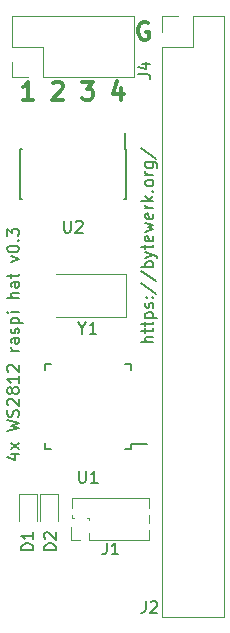
<source format=gto>
G04 #@! TF.GenerationSoftware,KiCad,Pcbnew,5.0.0-fee4fd1~65~ubuntu18.04.1*
G04 #@! TF.CreationDate,2018-07-31T22:57:32+02:00*
G04 #@! TF.ProjectId,raspi3-4xWS2812,7261737069332D34785753323831322E,rev?*
G04 #@! TF.SameCoordinates,Original*
G04 #@! TF.FileFunction,Legend,Top*
G04 #@! TF.FilePolarity,Positive*
%FSLAX46Y46*%
G04 Gerber Fmt 4.6, Leading zero omitted, Abs format (unit mm)*
G04 Created by KiCad (PCBNEW 5.0.0-fee4fd1~65~ubuntu18.04.1) date Tue Jul 31 22:57:32 2018*
%MOMM*%
%LPD*%
G01*
G04 APERTURE LIST*
%ADD10C,0.300000*%
%ADD11C,0.200000*%
%ADD12C,0.150000*%
%ADD13C,0.120000*%
G04 APERTURE END LIST*
D10*
X106691857Y-51320000D02*
X106549000Y-51248571D01*
X106334714Y-51248571D01*
X106120428Y-51320000D01*
X105977571Y-51462857D01*
X105906142Y-51605714D01*
X105834714Y-51891428D01*
X105834714Y-52105714D01*
X105906142Y-52391428D01*
X105977571Y-52534285D01*
X106120428Y-52677142D01*
X106334714Y-52748571D01*
X106477571Y-52748571D01*
X106691857Y-52677142D01*
X106763285Y-52605714D01*
X106763285Y-52105714D01*
X106477571Y-52105714D01*
X104425714Y-56828571D02*
X104425714Y-57828571D01*
X104068571Y-56257142D02*
X103711428Y-57328571D01*
X104640000Y-57328571D01*
X101100000Y-56328571D02*
X102028571Y-56328571D01*
X101528571Y-56900000D01*
X101742857Y-56900000D01*
X101885714Y-56971428D01*
X101957142Y-57042857D01*
X102028571Y-57185714D01*
X102028571Y-57542857D01*
X101957142Y-57685714D01*
X101885714Y-57757142D01*
X101742857Y-57828571D01*
X101314285Y-57828571D01*
X101171428Y-57757142D01*
X101100000Y-57685714D01*
X98631428Y-56471428D02*
X98702857Y-56400000D01*
X98845714Y-56328571D01*
X99202857Y-56328571D01*
X99345714Y-56400000D01*
X99417142Y-56471428D01*
X99488571Y-56614285D01*
X99488571Y-56757142D01*
X99417142Y-56971428D01*
X98560000Y-57828571D01*
X99488571Y-57828571D01*
X96948571Y-57828571D02*
X96091428Y-57828571D01*
X96520000Y-57828571D02*
X96520000Y-56328571D01*
X96377142Y-56542857D01*
X96234285Y-56685714D01*
X96091428Y-56757142D01*
D11*
X95099214Y-87859023D02*
X95765880Y-87859023D01*
X94718261Y-88097119D02*
X95432547Y-88335214D01*
X95432547Y-87716166D01*
X95765880Y-87430452D02*
X95099214Y-86906642D01*
X95099214Y-87430452D02*
X95765880Y-86906642D01*
X94765880Y-85859023D02*
X95765880Y-85620928D01*
X95051595Y-85430452D01*
X95765880Y-85239976D01*
X94765880Y-85001880D01*
X95718261Y-84668547D02*
X95765880Y-84525690D01*
X95765880Y-84287595D01*
X95718261Y-84192357D01*
X95670642Y-84144738D01*
X95575404Y-84097119D01*
X95480166Y-84097119D01*
X95384928Y-84144738D01*
X95337309Y-84192357D01*
X95289690Y-84287595D01*
X95242071Y-84478071D01*
X95194452Y-84573309D01*
X95146833Y-84620928D01*
X95051595Y-84668547D01*
X94956357Y-84668547D01*
X94861119Y-84620928D01*
X94813500Y-84573309D01*
X94765880Y-84478071D01*
X94765880Y-84239976D01*
X94813500Y-84097119D01*
X94861119Y-83716166D02*
X94813500Y-83668547D01*
X94765880Y-83573309D01*
X94765880Y-83335214D01*
X94813500Y-83239976D01*
X94861119Y-83192357D01*
X94956357Y-83144738D01*
X95051595Y-83144738D01*
X95194452Y-83192357D01*
X95765880Y-83763785D01*
X95765880Y-83144738D01*
X95194452Y-82573309D02*
X95146833Y-82668547D01*
X95099214Y-82716166D01*
X95003976Y-82763785D01*
X94956357Y-82763785D01*
X94861119Y-82716166D01*
X94813500Y-82668547D01*
X94765880Y-82573309D01*
X94765880Y-82382833D01*
X94813500Y-82287595D01*
X94861119Y-82239976D01*
X94956357Y-82192357D01*
X95003976Y-82192357D01*
X95099214Y-82239976D01*
X95146833Y-82287595D01*
X95194452Y-82382833D01*
X95194452Y-82573309D01*
X95242071Y-82668547D01*
X95289690Y-82716166D01*
X95384928Y-82763785D01*
X95575404Y-82763785D01*
X95670642Y-82716166D01*
X95718261Y-82668547D01*
X95765880Y-82573309D01*
X95765880Y-82382833D01*
X95718261Y-82287595D01*
X95670642Y-82239976D01*
X95575404Y-82192357D01*
X95384928Y-82192357D01*
X95289690Y-82239976D01*
X95242071Y-82287595D01*
X95194452Y-82382833D01*
X95765880Y-81239976D02*
X95765880Y-81811404D01*
X95765880Y-81525690D02*
X94765880Y-81525690D01*
X94908738Y-81620928D01*
X95003976Y-81716166D01*
X95051595Y-81811404D01*
X94861119Y-80859023D02*
X94813500Y-80811404D01*
X94765880Y-80716166D01*
X94765880Y-80478071D01*
X94813500Y-80382833D01*
X94861119Y-80335214D01*
X94956357Y-80287595D01*
X95051595Y-80287595D01*
X95194452Y-80335214D01*
X95765880Y-80906642D01*
X95765880Y-80287595D01*
X95765880Y-79097119D02*
X95099214Y-79097119D01*
X95289690Y-79097119D02*
X95194452Y-79049500D01*
X95146833Y-79001880D01*
X95099214Y-78906642D01*
X95099214Y-78811404D01*
X95765880Y-78049500D02*
X95242071Y-78049500D01*
X95146833Y-78097119D01*
X95099214Y-78192357D01*
X95099214Y-78382833D01*
X95146833Y-78478071D01*
X95718261Y-78049500D02*
X95765880Y-78144738D01*
X95765880Y-78382833D01*
X95718261Y-78478071D01*
X95623023Y-78525690D01*
X95527785Y-78525690D01*
X95432547Y-78478071D01*
X95384928Y-78382833D01*
X95384928Y-78144738D01*
X95337309Y-78049500D01*
X95718261Y-77620928D02*
X95765880Y-77525690D01*
X95765880Y-77335214D01*
X95718261Y-77239976D01*
X95623023Y-77192357D01*
X95575404Y-77192357D01*
X95480166Y-77239976D01*
X95432547Y-77335214D01*
X95432547Y-77478071D01*
X95384928Y-77573309D01*
X95289690Y-77620928D01*
X95242071Y-77620928D01*
X95146833Y-77573309D01*
X95099214Y-77478071D01*
X95099214Y-77335214D01*
X95146833Y-77239976D01*
X95099214Y-76763785D02*
X96099214Y-76763785D01*
X95146833Y-76763785D02*
X95099214Y-76668547D01*
X95099214Y-76478071D01*
X95146833Y-76382833D01*
X95194452Y-76335214D01*
X95289690Y-76287595D01*
X95575404Y-76287595D01*
X95670642Y-76335214D01*
X95718261Y-76382833D01*
X95765880Y-76478071D01*
X95765880Y-76668547D01*
X95718261Y-76763785D01*
X95765880Y-75859023D02*
X95099214Y-75859023D01*
X94765880Y-75859023D02*
X94813500Y-75906642D01*
X94861119Y-75859023D01*
X94813500Y-75811404D01*
X94765880Y-75859023D01*
X94861119Y-75859023D01*
X95765880Y-74620928D02*
X94765880Y-74620928D01*
X95765880Y-74192357D02*
X95242071Y-74192357D01*
X95146833Y-74239976D01*
X95099214Y-74335214D01*
X95099214Y-74478071D01*
X95146833Y-74573309D01*
X95194452Y-74620928D01*
X95765880Y-73287595D02*
X95242071Y-73287595D01*
X95146833Y-73335214D01*
X95099214Y-73430452D01*
X95099214Y-73620928D01*
X95146833Y-73716166D01*
X95718261Y-73287595D02*
X95765880Y-73382833D01*
X95765880Y-73620928D01*
X95718261Y-73716166D01*
X95623023Y-73763785D01*
X95527785Y-73763785D01*
X95432547Y-73716166D01*
X95384928Y-73620928D01*
X95384928Y-73382833D01*
X95337309Y-73287595D01*
X95099214Y-72954261D02*
X95099214Y-72573309D01*
X94765880Y-72811404D02*
X95623023Y-72811404D01*
X95718261Y-72763785D01*
X95765880Y-72668547D01*
X95765880Y-72573309D01*
X95099214Y-71573309D02*
X95765880Y-71335214D01*
X95099214Y-71097119D01*
X94765880Y-70525690D02*
X94765880Y-70430452D01*
X94813500Y-70335214D01*
X94861119Y-70287595D01*
X94956357Y-70239976D01*
X95146833Y-70192357D01*
X95384928Y-70192357D01*
X95575404Y-70239976D01*
X95670642Y-70287595D01*
X95718261Y-70335214D01*
X95765880Y-70430452D01*
X95765880Y-70525690D01*
X95718261Y-70620928D01*
X95670642Y-70668547D01*
X95575404Y-70716166D01*
X95384928Y-70763785D01*
X95146833Y-70763785D01*
X94956357Y-70716166D01*
X94861119Y-70668547D01*
X94813500Y-70620928D01*
X94765880Y-70525690D01*
X95670642Y-69763785D02*
X95718261Y-69716166D01*
X95765880Y-69763785D01*
X95718261Y-69811404D01*
X95670642Y-69763785D01*
X95765880Y-69763785D01*
X94765880Y-69382833D02*
X94765880Y-68763785D01*
X95146833Y-69097119D01*
X95146833Y-68954261D01*
X95194452Y-68859023D01*
X95242071Y-68811404D01*
X95337309Y-68763785D01*
X95575404Y-68763785D01*
X95670642Y-68811404D01*
X95718261Y-68859023D01*
X95765880Y-68954261D01*
X95765880Y-69239976D01*
X95718261Y-69335214D01*
X95670642Y-69382833D01*
X107132380Y-78350047D02*
X106132380Y-78350047D01*
X107132380Y-77921476D02*
X106608571Y-77921476D01*
X106513333Y-77969095D01*
X106465714Y-78064333D01*
X106465714Y-78207190D01*
X106513333Y-78302428D01*
X106560952Y-78350047D01*
X106465714Y-77588142D02*
X106465714Y-77207190D01*
X106132380Y-77445285D02*
X106989523Y-77445285D01*
X107084761Y-77397666D01*
X107132380Y-77302428D01*
X107132380Y-77207190D01*
X106465714Y-77016714D02*
X106465714Y-76635761D01*
X106132380Y-76873857D02*
X106989523Y-76873857D01*
X107084761Y-76826238D01*
X107132380Y-76731000D01*
X107132380Y-76635761D01*
X106465714Y-76302428D02*
X107465714Y-76302428D01*
X106513333Y-76302428D02*
X106465714Y-76207190D01*
X106465714Y-76016714D01*
X106513333Y-75921476D01*
X106560952Y-75873857D01*
X106656190Y-75826238D01*
X106941904Y-75826238D01*
X107037142Y-75873857D01*
X107084761Y-75921476D01*
X107132380Y-76016714D01*
X107132380Y-76207190D01*
X107084761Y-76302428D01*
X107084761Y-75445285D02*
X107132380Y-75350047D01*
X107132380Y-75159571D01*
X107084761Y-75064333D01*
X106989523Y-75016714D01*
X106941904Y-75016714D01*
X106846666Y-75064333D01*
X106799047Y-75159571D01*
X106799047Y-75302428D01*
X106751428Y-75397666D01*
X106656190Y-75445285D01*
X106608571Y-75445285D01*
X106513333Y-75397666D01*
X106465714Y-75302428D01*
X106465714Y-75159571D01*
X106513333Y-75064333D01*
X107037142Y-74588142D02*
X107084761Y-74540523D01*
X107132380Y-74588142D01*
X107084761Y-74635761D01*
X107037142Y-74588142D01*
X107132380Y-74588142D01*
X106513333Y-74588142D02*
X106560952Y-74540523D01*
X106608571Y-74588142D01*
X106560952Y-74635761D01*
X106513333Y-74588142D01*
X106608571Y-74588142D01*
X106084761Y-73397666D02*
X107370476Y-74254809D01*
X106084761Y-72350047D02*
X107370476Y-73207190D01*
X107132380Y-72016714D02*
X106132380Y-72016714D01*
X106513333Y-72016714D02*
X106465714Y-71921476D01*
X106465714Y-71731000D01*
X106513333Y-71635761D01*
X106560952Y-71588142D01*
X106656190Y-71540523D01*
X106941904Y-71540523D01*
X107037142Y-71588142D01*
X107084761Y-71635761D01*
X107132380Y-71731000D01*
X107132380Y-71921476D01*
X107084761Y-72016714D01*
X106465714Y-71207190D02*
X107132380Y-70969095D01*
X106465714Y-70731000D02*
X107132380Y-70969095D01*
X107370476Y-71064333D01*
X107418095Y-71111952D01*
X107465714Y-71207190D01*
X106465714Y-70492904D02*
X106465714Y-70111952D01*
X106132380Y-70350047D02*
X106989523Y-70350047D01*
X107084761Y-70302428D01*
X107132380Y-70207190D01*
X107132380Y-70111952D01*
X107084761Y-69397666D02*
X107132380Y-69492904D01*
X107132380Y-69683380D01*
X107084761Y-69778619D01*
X106989523Y-69826238D01*
X106608571Y-69826238D01*
X106513333Y-69778619D01*
X106465714Y-69683380D01*
X106465714Y-69492904D01*
X106513333Y-69397666D01*
X106608571Y-69350047D01*
X106703809Y-69350047D01*
X106799047Y-69826238D01*
X106465714Y-69016714D02*
X107132380Y-68826238D01*
X106656190Y-68635761D01*
X107132380Y-68445285D01*
X106465714Y-68254809D01*
X107084761Y-67492904D02*
X107132380Y-67588142D01*
X107132380Y-67778619D01*
X107084761Y-67873857D01*
X106989523Y-67921476D01*
X106608571Y-67921476D01*
X106513333Y-67873857D01*
X106465714Y-67778619D01*
X106465714Y-67588142D01*
X106513333Y-67492904D01*
X106608571Y-67445285D01*
X106703809Y-67445285D01*
X106799047Y-67921476D01*
X107132380Y-67016714D02*
X106465714Y-67016714D01*
X106656190Y-67016714D02*
X106560952Y-66969095D01*
X106513333Y-66921476D01*
X106465714Y-66826238D01*
X106465714Y-66731000D01*
X107132380Y-66397666D02*
X106132380Y-66397666D01*
X106751428Y-66302428D02*
X107132380Y-66016714D01*
X106465714Y-66016714D02*
X106846666Y-66397666D01*
X107037142Y-65588142D02*
X107084761Y-65540523D01*
X107132380Y-65588142D01*
X107084761Y-65635761D01*
X107037142Y-65588142D01*
X107132380Y-65588142D01*
X107132380Y-64969095D02*
X107084761Y-65064333D01*
X107037142Y-65111952D01*
X106941904Y-65159571D01*
X106656190Y-65159571D01*
X106560952Y-65111952D01*
X106513333Y-65064333D01*
X106465714Y-64969095D01*
X106465714Y-64826238D01*
X106513333Y-64731000D01*
X106560952Y-64683380D01*
X106656190Y-64635761D01*
X106941904Y-64635761D01*
X107037142Y-64683380D01*
X107084761Y-64731000D01*
X107132380Y-64826238D01*
X107132380Y-64969095D01*
X107132380Y-64207190D02*
X106465714Y-64207190D01*
X106656190Y-64207190D02*
X106560952Y-64159571D01*
X106513333Y-64111952D01*
X106465714Y-64016714D01*
X106465714Y-63921476D01*
X106465714Y-63159571D02*
X107275238Y-63159571D01*
X107370476Y-63207190D01*
X107418095Y-63254809D01*
X107465714Y-63350047D01*
X107465714Y-63492904D01*
X107418095Y-63588142D01*
X107084761Y-63159571D02*
X107132380Y-63254809D01*
X107132380Y-63445285D01*
X107084761Y-63540523D01*
X107037142Y-63588142D01*
X106941904Y-63635761D01*
X106656190Y-63635761D01*
X106560952Y-63588142D01*
X106513333Y-63540523D01*
X106465714Y-63445285D01*
X106465714Y-63254809D01*
X106513333Y-63159571D01*
X106084761Y-61969095D02*
X107370476Y-62826238D01*
D12*
G04 #@! TO.C,U2*
X104780000Y-62060000D02*
X104755000Y-62060000D01*
X104780000Y-66210000D02*
X104665000Y-66210000D01*
X95880000Y-66210000D02*
X95995000Y-66210000D01*
X95880000Y-62060000D02*
X95995000Y-62060000D01*
X104780000Y-62060000D02*
X104780000Y-66210000D01*
X95880000Y-62060000D02*
X95880000Y-66210000D01*
X104755000Y-62060000D02*
X104755000Y-60685000D01*
D13*
G04 #@! TO.C,J1*
X106740000Y-95110000D02*
X106740000Y-94287530D01*
X106740000Y-92402470D02*
X106740000Y-91580000D01*
X106740000Y-93672470D02*
X106740000Y-93017530D01*
X101725000Y-95110000D02*
X106740000Y-95110000D01*
X100270000Y-91580000D02*
X106740000Y-91580000D01*
X101725000Y-95110000D02*
X101725000Y-94543471D01*
X101725000Y-93416529D02*
X101725000Y-93273471D01*
X101671529Y-93220000D02*
X101528471Y-93220000D01*
X100401529Y-93220000D02*
X100270000Y-93220000D01*
X100270000Y-93220000D02*
X100270000Y-93017530D01*
X100270000Y-92402470D02*
X100270000Y-91580000D01*
X100965000Y-95110000D02*
X100205000Y-95110000D01*
X100205000Y-95110000D02*
X100205000Y-93980000D01*
G04 #@! TO.C,J4*
X105470000Y-55940000D02*
X105470000Y-50740000D01*
X97790000Y-55940000D02*
X105470000Y-55940000D01*
X95190000Y-50740000D02*
X105470000Y-50740000D01*
X97790000Y-55940000D02*
X97790000Y-53340000D01*
X97790000Y-53340000D02*
X95190000Y-53340000D01*
X95190000Y-53340000D02*
X95190000Y-50740000D01*
X96520000Y-55940000D02*
X95190000Y-55940000D01*
X95190000Y-55940000D02*
X95190000Y-54610000D01*
G04 #@! TO.C,J2*
X107890000Y-101660000D02*
X113090000Y-101660000D01*
X107890000Y-53340000D02*
X107890000Y-101660000D01*
X113090000Y-50740000D02*
X113090000Y-101660000D01*
X107890000Y-53340000D02*
X110490000Y-53340000D01*
X110490000Y-53340000D02*
X110490000Y-50740000D01*
X110490000Y-50740000D02*
X113090000Y-50740000D01*
X107890000Y-52070000D02*
X107890000Y-50740000D01*
X107890000Y-50740000D02*
X109220000Y-50740000D01*
G04 #@! TO.C,Y1*
X98900000Y-76222000D02*
X104800000Y-76222000D01*
X104800000Y-76222000D02*
X104800000Y-72622000D01*
X104800000Y-72622000D02*
X98900000Y-72622000D01*
G04 #@! TO.C,D1*
X95785000Y-91225000D02*
X95785000Y-93510000D01*
X97255000Y-91225000D02*
X95785000Y-91225000D01*
X97255000Y-93510000D02*
X97255000Y-91225000D01*
G04 #@! TO.C,D2*
X99033000Y-93510000D02*
X99033000Y-91225000D01*
X99033000Y-91225000D02*
X97563000Y-91225000D01*
X97563000Y-91225000D02*
X97563000Y-93510000D01*
D12*
G04 #@! TO.C,U1*
X105225000Y-87445000D02*
X105225000Y-87020000D01*
X97975000Y-87445000D02*
X97975000Y-86920000D01*
X97975000Y-80195000D02*
X97975000Y-80720000D01*
X105225000Y-80195000D02*
X105225000Y-80720000D01*
X105225000Y-87445000D02*
X104700000Y-87445000D01*
X105225000Y-80195000D02*
X104700000Y-80195000D01*
X97975000Y-80195000D02*
X98500000Y-80195000D01*
X97975000Y-87445000D02*
X98500000Y-87445000D01*
X105225000Y-87020000D02*
X106600000Y-87020000D01*
G04 #@! TO.C,U2*
X99568095Y-68095880D02*
X99568095Y-68905404D01*
X99615714Y-69000642D01*
X99663333Y-69048261D01*
X99758571Y-69095880D01*
X99949047Y-69095880D01*
X100044285Y-69048261D01*
X100091904Y-69000642D01*
X100139523Y-68905404D01*
X100139523Y-68095880D01*
X100568095Y-68191119D02*
X100615714Y-68143500D01*
X100710952Y-68095880D01*
X100949047Y-68095880D01*
X101044285Y-68143500D01*
X101091904Y-68191119D01*
X101139523Y-68286357D01*
X101139523Y-68381595D01*
X101091904Y-68524452D01*
X100520476Y-69095880D01*
X101139523Y-69095880D01*
G04 #@! TO.C,J1*
X103171666Y-95337380D02*
X103171666Y-96051666D01*
X103124047Y-96194523D01*
X103028809Y-96289761D01*
X102885952Y-96337380D01*
X102790714Y-96337380D01*
X104171666Y-96337380D02*
X103600238Y-96337380D01*
X103885952Y-96337380D02*
X103885952Y-95337380D01*
X103790714Y-95480238D01*
X103695476Y-95575476D01*
X103600238Y-95623095D01*
G04 #@! TO.C,J4*
X105878380Y-55705333D02*
X106592666Y-55705333D01*
X106735523Y-55752952D01*
X106830761Y-55848190D01*
X106878380Y-55991047D01*
X106878380Y-56086285D01*
X106211714Y-54800571D02*
X106878380Y-54800571D01*
X105830761Y-55038666D02*
X106545047Y-55276761D01*
X106545047Y-54657714D01*
G04 #@! TO.C,J2*
X106473666Y-100290380D02*
X106473666Y-101004666D01*
X106426047Y-101147523D01*
X106330809Y-101242761D01*
X106187952Y-101290380D01*
X106092714Y-101290380D01*
X106902238Y-100385619D02*
X106949857Y-100338000D01*
X107045095Y-100290380D01*
X107283190Y-100290380D01*
X107378428Y-100338000D01*
X107426047Y-100385619D01*
X107473666Y-100480857D01*
X107473666Y-100576095D01*
X107426047Y-100718952D01*
X106854619Y-101290380D01*
X107473666Y-101290380D01*
G04 #@! TO.C,Y1*
X101123809Y-77198190D02*
X101123809Y-77674380D01*
X100790476Y-76674380D02*
X101123809Y-77198190D01*
X101457142Y-76674380D01*
X102314285Y-77674380D02*
X101742857Y-77674380D01*
X102028571Y-77674380D02*
X102028571Y-76674380D01*
X101933333Y-76817238D01*
X101838095Y-76912476D01*
X101742857Y-76960095D01*
G04 #@! TO.C,D1*
X96972380Y-95988095D02*
X95972380Y-95988095D01*
X95972380Y-95750000D01*
X96020000Y-95607142D01*
X96115238Y-95511904D01*
X96210476Y-95464285D01*
X96400952Y-95416666D01*
X96543809Y-95416666D01*
X96734285Y-95464285D01*
X96829523Y-95511904D01*
X96924761Y-95607142D01*
X96972380Y-95750000D01*
X96972380Y-95988095D01*
X96972380Y-94464285D02*
X96972380Y-95035714D01*
X96972380Y-94750000D02*
X95972380Y-94750000D01*
X96115238Y-94845238D01*
X96210476Y-94940476D01*
X96258095Y-95035714D01*
G04 #@! TO.C,D2*
X98877380Y-95988095D02*
X97877380Y-95988095D01*
X97877380Y-95750000D01*
X97925000Y-95607142D01*
X98020238Y-95511904D01*
X98115476Y-95464285D01*
X98305952Y-95416666D01*
X98448809Y-95416666D01*
X98639285Y-95464285D01*
X98734523Y-95511904D01*
X98829761Y-95607142D01*
X98877380Y-95750000D01*
X98877380Y-95988095D01*
X97972619Y-95035714D02*
X97925000Y-94988095D01*
X97877380Y-94892857D01*
X97877380Y-94654761D01*
X97925000Y-94559523D01*
X97972619Y-94511904D01*
X98067857Y-94464285D01*
X98163095Y-94464285D01*
X98305952Y-94511904D01*
X98877380Y-95083333D01*
X98877380Y-94464285D01*
G04 #@! TO.C,U1*
X100838095Y-89272380D02*
X100838095Y-90081904D01*
X100885714Y-90177142D01*
X100933333Y-90224761D01*
X101028571Y-90272380D01*
X101219047Y-90272380D01*
X101314285Y-90224761D01*
X101361904Y-90177142D01*
X101409523Y-90081904D01*
X101409523Y-89272380D01*
X102409523Y-90272380D02*
X101838095Y-90272380D01*
X102123809Y-90272380D02*
X102123809Y-89272380D01*
X102028571Y-89415238D01*
X101933333Y-89510476D01*
X101838095Y-89558095D01*
G04 #@! TD*
M02*

</source>
